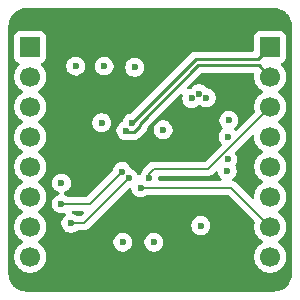
<source format=gbr>
%TF.GenerationSoftware,KiCad,Pcbnew,9.0.5*%
%TF.CreationDate,2025-12-22T17:05:02-05:00*%
%TF.ProjectId,stm32f072cb_breakout,73746d33-3266-4303-9732-63625f627265,rev?*%
%TF.SameCoordinates,Original*%
%TF.FileFunction,Copper,L4,Bot*%
%TF.FilePolarity,Positive*%
%FSLAX46Y46*%
G04 Gerber Fmt 4.6, Leading zero omitted, Abs format (unit mm)*
G04 Created by KiCad (PCBNEW 9.0.5) date 2025-12-22 17:05:02*
%MOMM*%
%LPD*%
G01*
G04 APERTURE LIST*
%TA.AperFunction,ComponentPad*%
%ADD10R,1.700000X1.700000*%
%TD*%
%TA.AperFunction,ComponentPad*%
%ADD11C,1.700000*%
%TD*%
%TA.AperFunction,ViaPad*%
%ADD12C,0.600000*%
%TD*%
%TA.AperFunction,Conductor*%
%ADD13C,0.284000*%
%TD*%
%TA.AperFunction,Conductor*%
%ADD14C,0.200000*%
%TD*%
G04 APERTURE END LIST*
D10*
%TO.P,J2,1,Pin_1*%
%TO.N,USB_D-*%
X160670000Y-71170000D03*
D11*
%TO.P,J2,2,Pin_2*%
%TO.N,USB_D+*%
X160670000Y-73710000D03*
%TO.P,J2,3,Pin_3*%
%TO.N,PA4*%
X160670000Y-76250000D03*
%TO.P,J2,4,Pin_4*%
%TO.N,PA3*%
X160670000Y-78790000D03*
%TO.P,J2,5,Pin_5*%
%TO.N,PA1*%
X160670000Y-81330000D03*
%TO.P,J2,6,Pin_6*%
%TO.N,PA2*%
X160670000Y-83870000D03*
%TO.P,J2,7,Pin_7*%
%TO.N,NRST*%
X160670000Y-86410000D03*
%TO.P,J2,8,Pin_8*%
%TO.N,GND*%
X160670000Y-88950000D03*
%TD*%
D10*
%TO.P,J1,1,Pin_1*%
%TO.N,3v3*%
X140350000Y-71170000D03*
D11*
%TO.P,J1,2,Pin_2*%
%TO.N,!CS*%
X140350000Y-73710000D03*
%TO.P,J1,3,Pin_3*%
%TO.N,BOOT0*%
X140350000Y-76250000D03*
%TO.P,J1,4,Pin_4*%
%TO.N,can_rx*%
X140350000Y-78790000D03*
%TO.P,J1,5,Pin_5*%
%TO.N,can_tx*%
X140350000Y-81330000D03*
%TO.P,J1,6,Pin_6*%
%TO.N,MOSI*%
X140350000Y-83870000D03*
%TO.P,J1,7,Pin_7*%
%TO.N,MISO*%
X140350000Y-86410000D03*
%TO.P,J1,8,Pin_8*%
%TO.N,SCLK*%
X140350000Y-88950000D03*
%TD*%
D12*
%TO.N,3v3*%
X150825200Y-87706200D03*
%TO.N,GND*%
X157175200Y-77393800D03*
X157099000Y-78790800D03*
X157060465Y-80708065D03*
X157025190Y-81663390D03*
%TO.N,3v3*%
X155270200Y-75488800D03*
X154635200Y-75133200D03*
X154025600Y-75539600D03*
X146608800Y-72796400D03*
%TO.N,GND*%
X151600000Y-78200000D03*
X143000000Y-82700000D03*
X146400000Y-77600000D03*
X144200000Y-72800000D03*
X154800000Y-86300000D03*
X149200000Y-72900000D03*
X148200000Y-87700000D03*
%TO.N,USB_D+*%
X148456137Y-78257179D03*
%TO.N,PA4*%
X150400000Y-82300000D03*
%TO.N,SCLK*%
X148696702Y-82296702D03*
X143800000Y-86100000D03*
%TO.N,MISO*%
X148131015Y-81731015D03*
X143000000Y-84470000D03*
%TO.N,NRST*%
X149700000Y-83100000D03*
%TO.N,USB_D-*%
X149000521Y-77599479D03*
%TD*%
D13*
%TO.N,USB_D+*%
X149658221Y-77871908D02*
X149120329Y-78409800D01*
X149658221Y-77669251D02*
X149658221Y-77871908D01*
X154598073Y-72729399D02*
X149658221Y-77669251D01*
X149120329Y-78409800D02*
X148608758Y-78409800D01*
X159689399Y-72729399D02*
X154598073Y-72729399D01*
X148608758Y-78409800D02*
X148456137Y-78257179D01*
X160670000Y-73710000D02*
X159689399Y-72729399D01*
%TO.N,USB_D-*%
X154385001Y-72214999D02*
X149000521Y-77599479D01*
X159625001Y-72214999D02*
X154385001Y-72214999D01*
X160670000Y-71170000D02*
X159625001Y-72214999D01*
D14*
%TO.N,PA4*%
X150400000Y-82300000D02*
X150400000Y-81900000D01*
X150400000Y-81900000D02*
X150800000Y-81500000D01*
X155420000Y-81500000D02*
X160670000Y-76250000D01*
X150800000Y-81500000D02*
X155420000Y-81500000D01*
%TO.N,SCLK*%
X143800000Y-86100000D02*
X144893404Y-86100000D01*
X144893404Y-86100000D02*
X148696702Y-82296702D01*
%TO.N,MISO*%
X145392030Y-84470000D02*
X148131015Y-81731015D01*
X143000000Y-84470000D02*
X145392030Y-84470000D01*
%TO.N,NRST*%
X157360000Y-83100000D02*
X160670000Y-86410000D01*
X149700000Y-83100000D02*
X157360000Y-83100000D01*
%TD*%
%TA.AperFunction,NonConductor*%
G36*
X161004418Y-67900816D02*
G01*
X161204561Y-67915130D01*
X161222063Y-67917647D01*
X161413797Y-67959355D01*
X161430755Y-67964334D01*
X161614609Y-68032909D01*
X161630701Y-68040259D01*
X161802904Y-68134288D01*
X161817784Y-68143849D01*
X161974867Y-68261441D01*
X161988237Y-68273027D01*
X162126972Y-68411762D01*
X162138558Y-68425132D01*
X162256146Y-68582210D01*
X162265711Y-68597095D01*
X162359740Y-68769298D01*
X162367090Y-68785390D01*
X162435662Y-68969236D01*
X162440646Y-68986212D01*
X162482351Y-69177931D01*
X162484869Y-69195442D01*
X162499184Y-69395580D01*
X162499500Y-69404427D01*
X162499500Y-90395572D01*
X162499184Y-90404418D01*
X162499184Y-90404419D01*
X162484869Y-90604557D01*
X162482351Y-90622068D01*
X162440646Y-90813787D01*
X162435662Y-90830763D01*
X162367090Y-91014609D01*
X162359740Y-91030701D01*
X162265711Y-91202904D01*
X162256146Y-91217789D01*
X162138558Y-91374867D01*
X162126972Y-91388237D01*
X161988237Y-91526972D01*
X161974867Y-91538558D01*
X161817789Y-91656146D01*
X161802904Y-91665711D01*
X161630701Y-91759740D01*
X161614609Y-91767090D01*
X161430763Y-91835662D01*
X161413787Y-91840646D01*
X161222068Y-91882351D01*
X161204557Y-91884869D01*
X161023779Y-91897799D01*
X161004417Y-91899184D01*
X160995572Y-91899500D01*
X140004428Y-91899500D01*
X139995582Y-91899184D01*
X139973622Y-91897613D01*
X139795442Y-91884869D01*
X139777931Y-91882351D01*
X139586212Y-91840646D01*
X139569236Y-91835662D01*
X139385390Y-91767090D01*
X139369298Y-91759740D01*
X139197095Y-91665711D01*
X139182210Y-91656146D01*
X139025132Y-91538558D01*
X139011762Y-91526972D01*
X138873027Y-91388237D01*
X138861441Y-91374867D01*
X138743849Y-91217784D01*
X138734288Y-91202904D01*
X138640259Y-91030701D01*
X138632909Y-91014609D01*
X138572091Y-90851551D01*
X138564334Y-90830755D01*
X138559355Y-90813797D01*
X138517647Y-90622063D01*
X138515130Y-90604556D01*
X138500816Y-90404418D01*
X138500500Y-90395572D01*
X138500500Y-70272135D01*
X138999500Y-70272135D01*
X138999500Y-72067870D01*
X138999501Y-72067876D01*
X139005908Y-72127483D01*
X139056202Y-72262328D01*
X139056206Y-72262335D01*
X139142452Y-72377544D01*
X139142455Y-72377547D01*
X139257664Y-72463793D01*
X139257671Y-72463797D01*
X139389082Y-72512810D01*
X139445016Y-72554681D01*
X139469433Y-72620145D01*
X139454582Y-72688418D01*
X139433431Y-72716673D01*
X139319889Y-72830215D01*
X139194951Y-73002179D01*
X139098444Y-73191585D01*
X139032753Y-73393760D01*
X138999500Y-73603713D01*
X138999500Y-73816286D01*
X139032753Y-74026239D01*
X139098444Y-74228414D01*
X139194951Y-74417820D01*
X139319890Y-74589786D01*
X139470213Y-74740109D01*
X139642182Y-74865050D01*
X139650946Y-74869516D01*
X139701742Y-74917491D01*
X139718536Y-74985312D01*
X139695998Y-75051447D01*
X139650946Y-75090484D01*
X139642182Y-75094949D01*
X139470213Y-75219890D01*
X139319890Y-75370213D01*
X139194951Y-75542179D01*
X139098444Y-75731585D01*
X139032753Y-75933760D01*
X139005232Y-76107525D01*
X138999500Y-76143713D01*
X138999500Y-76356287D01*
X139032754Y-76566243D01*
X139087431Y-76734522D01*
X139098444Y-76768414D01*
X139194951Y-76957820D01*
X139319890Y-77129786D01*
X139470213Y-77280109D01*
X139642182Y-77405050D01*
X139650946Y-77409516D01*
X139701742Y-77457491D01*
X139718536Y-77525312D01*
X139695998Y-77591447D01*
X139650946Y-77630484D01*
X139642182Y-77634949D01*
X139470213Y-77759890D01*
X139319890Y-77910213D01*
X139194951Y-78082179D01*
X139098444Y-78271585D01*
X139032753Y-78473760D01*
X139008584Y-78626358D01*
X138999500Y-78683713D01*
X138999500Y-78896287D01*
X139009534Y-78959644D01*
X139020299Y-79027610D01*
X139032754Y-79106243D01*
X139096063Y-79301088D01*
X139098444Y-79308414D01*
X139194951Y-79497820D01*
X139319890Y-79669786D01*
X139470213Y-79820109D01*
X139642182Y-79945050D01*
X139650946Y-79949516D01*
X139701742Y-79997491D01*
X139718536Y-80065312D01*
X139695998Y-80131447D01*
X139650946Y-80170484D01*
X139642182Y-80174949D01*
X139470213Y-80299890D01*
X139319890Y-80450213D01*
X139194951Y-80622179D01*
X139098444Y-80811585D01*
X139032753Y-81013760D01*
X138999500Y-81223713D01*
X138999500Y-81436286D01*
X139023419Y-81587309D01*
X139032754Y-81646243D01*
X139078298Y-81786413D01*
X139098444Y-81848414D01*
X139194951Y-82037820D01*
X139319890Y-82209786D01*
X139470213Y-82360109D01*
X139642182Y-82485050D01*
X139650946Y-82489516D01*
X139701742Y-82537491D01*
X139718536Y-82605312D01*
X139695998Y-82671447D01*
X139650946Y-82710484D01*
X139642182Y-82714949D01*
X139470213Y-82839890D01*
X139319890Y-82990213D01*
X139194951Y-83162179D01*
X139098444Y-83351585D01*
X139032753Y-83553760D01*
X138999500Y-83763713D01*
X138999500Y-83976286D01*
X139017640Y-84090821D01*
X139032754Y-84186243D01*
X139060321Y-84271086D01*
X139098444Y-84388414D01*
X139194951Y-84577820D01*
X139319890Y-84749786D01*
X139470213Y-84900109D01*
X139642182Y-85025050D01*
X139650946Y-85029516D01*
X139701742Y-85077491D01*
X139718536Y-85145312D01*
X139695998Y-85211447D01*
X139650946Y-85250484D01*
X139642182Y-85254949D01*
X139470213Y-85379890D01*
X139319890Y-85530213D01*
X139194951Y-85702179D01*
X139098444Y-85891585D01*
X139032753Y-86093760D01*
X138999500Y-86303713D01*
X138999500Y-86516287D01*
X139009534Y-86579644D01*
X139032048Y-86721789D01*
X139032754Y-86726243D01*
X139091063Y-86905700D01*
X139098444Y-86928414D01*
X139194951Y-87117820D01*
X139319890Y-87289786D01*
X139470213Y-87440109D01*
X139642182Y-87565050D01*
X139650946Y-87569516D01*
X139701742Y-87617491D01*
X139718536Y-87685312D01*
X139695998Y-87751447D01*
X139650946Y-87790484D01*
X139642182Y-87794949D01*
X139470213Y-87919890D01*
X139319890Y-88070213D01*
X139194951Y-88242179D01*
X139098444Y-88431585D01*
X139032753Y-88633760D01*
X138999500Y-88843713D01*
X138999500Y-89056286D01*
X139032753Y-89266239D01*
X139098444Y-89468414D01*
X139194951Y-89657820D01*
X139319890Y-89829786D01*
X139470213Y-89980109D01*
X139642179Y-90105048D01*
X139642181Y-90105049D01*
X139642184Y-90105051D01*
X139831588Y-90201557D01*
X140033757Y-90267246D01*
X140243713Y-90300500D01*
X140243714Y-90300500D01*
X140456286Y-90300500D01*
X140456287Y-90300500D01*
X140666243Y-90267246D01*
X140868412Y-90201557D01*
X141057816Y-90105051D01*
X141079789Y-90089086D01*
X141229786Y-89980109D01*
X141229788Y-89980106D01*
X141229792Y-89980104D01*
X141380104Y-89829792D01*
X141380106Y-89829788D01*
X141380109Y-89829786D01*
X141505048Y-89657820D01*
X141505047Y-89657820D01*
X141505051Y-89657816D01*
X141601557Y-89468412D01*
X141667246Y-89266243D01*
X141700500Y-89056287D01*
X141700500Y-88843713D01*
X141667246Y-88633757D01*
X141601557Y-88431588D01*
X141505051Y-88242184D01*
X141505049Y-88242181D01*
X141505048Y-88242179D01*
X141380109Y-88070213D01*
X141229786Y-87919890D01*
X141057820Y-87794951D01*
X141057115Y-87794591D01*
X141049054Y-87790485D01*
X141045819Y-87787428D01*
X141041511Y-87786305D01*
X141020648Y-87763657D01*
X140998259Y-87742512D01*
X140997188Y-87738189D01*
X140994172Y-87734915D01*
X140988865Y-87704584D01*
X140981463Y-87674692D01*
X140982899Y-87670476D01*
X140982132Y-87666091D01*
X140994064Y-87637709D01*
X140999706Y-87621153D01*
X147399500Y-87621153D01*
X147399500Y-87778846D01*
X147430261Y-87933489D01*
X147430264Y-87933501D01*
X147490602Y-88079172D01*
X147490609Y-88079185D01*
X147578210Y-88210288D01*
X147578213Y-88210292D01*
X147689707Y-88321786D01*
X147689711Y-88321789D01*
X147820814Y-88409390D01*
X147820827Y-88409397D01*
X147874402Y-88431588D01*
X147966503Y-88469737D01*
X148121153Y-88500499D01*
X148121156Y-88500500D01*
X148121158Y-88500500D01*
X148278844Y-88500500D01*
X148278845Y-88500499D01*
X148433497Y-88469737D01*
X148564211Y-88415594D01*
X148579172Y-88409397D01*
X148579172Y-88409396D01*
X148579179Y-88409394D01*
X148710289Y-88321789D01*
X148821789Y-88210289D01*
X148909394Y-88079179D01*
X148969737Y-87933497D01*
X149000500Y-87778842D01*
X149000500Y-87627353D01*
X150024700Y-87627353D01*
X150024700Y-87785046D01*
X150055461Y-87939689D01*
X150055464Y-87939701D01*
X150115802Y-88085372D01*
X150115809Y-88085385D01*
X150203410Y-88216488D01*
X150203413Y-88216492D01*
X150314907Y-88327986D01*
X150314911Y-88327989D01*
X150446014Y-88415590D01*
X150446027Y-88415597D01*
X150576737Y-88469738D01*
X150591703Y-88475937D01*
X150715184Y-88500499D01*
X150746353Y-88506699D01*
X150746356Y-88506700D01*
X150746358Y-88506700D01*
X150904044Y-88506700D01*
X150904045Y-88506699D01*
X151058697Y-88475937D01*
X151204379Y-88415594D01*
X151335489Y-88327989D01*
X151446989Y-88216489D01*
X151534594Y-88085379D01*
X151594937Y-87939697D01*
X151625700Y-87785042D01*
X151625700Y-87627358D01*
X151625700Y-87627355D01*
X151625699Y-87627353D01*
X151594938Y-87472710D01*
X151594937Y-87472703D01*
X151581434Y-87440104D01*
X151534597Y-87327027D01*
X151534590Y-87327014D01*
X151446989Y-87195911D01*
X151446986Y-87195907D01*
X151335492Y-87084413D01*
X151335488Y-87084410D01*
X151204385Y-86996809D01*
X151204372Y-86996802D01*
X151058701Y-86936464D01*
X151058689Y-86936461D01*
X150904045Y-86905700D01*
X150904042Y-86905700D01*
X150746358Y-86905700D01*
X150746355Y-86905700D01*
X150591710Y-86936461D01*
X150591698Y-86936464D01*
X150446027Y-86996802D01*
X150446014Y-86996809D01*
X150314911Y-87084410D01*
X150314907Y-87084413D01*
X150203413Y-87195907D01*
X150203410Y-87195911D01*
X150115809Y-87327014D01*
X150115802Y-87327027D01*
X150055464Y-87472698D01*
X150055461Y-87472710D01*
X150024700Y-87627353D01*
X149000500Y-87627353D01*
X149000500Y-87621158D01*
X149000500Y-87621155D01*
X149000499Y-87621153D01*
X148995090Y-87593960D01*
X148969737Y-87466503D01*
X148911965Y-87327027D01*
X148909397Y-87320827D01*
X148909390Y-87320814D01*
X148821789Y-87189711D01*
X148821786Y-87189707D01*
X148710292Y-87078213D01*
X148710288Y-87078210D01*
X148579185Y-86990609D01*
X148579172Y-86990602D01*
X148433501Y-86930264D01*
X148433489Y-86930261D01*
X148278845Y-86899500D01*
X148278842Y-86899500D01*
X148121158Y-86899500D01*
X148121155Y-86899500D01*
X147966510Y-86930261D01*
X147966498Y-86930264D01*
X147820827Y-86990602D01*
X147820814Y-86990609D01*
X147689711Y-87078210D01*
X147689707Y-87078213D01*
X147578213Y-87189707D01*
X147578210Y-87189711D01*
X147490609Y-87320814D01*
X147490602Y-87320827D01*
X147430264Y-87466498D01*
X147430261Y-87466510D01*
X147399500Y-87621153D01*
X140999706Y-87621153D01*
X141003999Y-87608556D01*
X141007972Y-87604631D01*
X141009212Y-87601683D01*
X141018777Y-87593960D01*
X141035170Y-87577770D01*
X141041839Y-87573191D01*
X141057816Y-87565051D01*
X141229792Y-87440104D01*
X141380104Y-87289792D01*
X141380106Y-87289788D01*
X141380109Y-87289786D01*
X141505048Y-87117820D01*
X141505047Y-87117820D01*
X141505051Y-87117816D01*
X141601557Y-86928412D01*
X141667246Y-86726243D01*
X141700500Y-86516287D01*
X141700500Y-86303713D01*
X141667246Y-86093757D01*
X141601557Y-85891588D01*
X141505051Y-85702184D01*
X141505049Y-85702181D01*
X141505048Y-85702179D01*
X141380109Y-85530213D01*
X141229786Y-85379890D01*
X141057820Y-85254951D01*
X141049233Y-85250576D01*
X141049054Y-85250485D01*
X140998259Y-85202512D01*
X140981463Y-85134692D01*
X141003999Y-85068556D01*
X141049054Y-85029515D01*
X141057816Y-85025051D01*
X141119426Y-84980289D01*
X141229786Y-84900109D01*
X141229788Y-84900106D01*
X141229792Y-84900104D01*
X141380104Y-84749792D01*
X141380106Y-84749788D01*
X141380109Y-84749786D01*
X141505048Y-84577820D01*
X141505047Y-84577820D01*
X141505051Y-84577816D01*
X141601557Y-84388412D01*
X141667246Y-84186243D01*
X141700500Y-83976287D01*
X141700500Y-83763713D01*
X141667246Y-83553757D01*
X141601557Y-83351588D01*
X141505051Y-83162184D01*
X141505049Y-83162181D01*
X141505048Y-83162179D01*
X141380109Y-82990213D01*
X141229790Y-82839894D01*
X141229785Y-82839890D01*
X141063556Y-82719118D01*
X141063546Y-82719112D01*
X141057816Y-82714949D01*
X141046026Y-82708942D01*
X141043093Y-82707239D01*
X141021288Y-82684261D01*
X140998259Y-82662512D01*
X140997414Y-82659103D01*
X140994998Y-82656557D01*
X140989077Y-82625436D01*
X140988016Y-82621153D01*
X142199500Y-82621153D01*
X142199500Y-82778846D01*
X142230261Y-82933489D01*
X142230264Y-82933501D01*
X142290602Y-83079172D01*
X142290609Y-83079185D01*
X142378210Y-83210288D01*
X142378213Y-83210292D01*
X142489707Y-83321786D01*
X142489711Y-83321789D01*
X142620814Y-83409390D01*
X142620827Y-83409397D01*
X142768197Y-83470439D01*
X142822601Y-83514280D01*
X142844666Y-83580574D01*
X142827387Y-83648273D01*
X142776250Y-83695884D01*
X142768197Y-83699561D01*
X142620827Y-83760602D01*
X142620814Y-83760609D01*
X142489711Y-83848210D01*
X142489707Y-83848213D01*
X142378213Y-83959707D01*
X142378210Y-83959711D01*
X142290609Y-84090814D01*
X142290602Y-84090827D01*
X142230264Y-84236498D01*
X142230261Y-84236510D01*
X142199500Y-84391153D01*
X142199500Y-84548846D01*
X142230261Y-84703489D01*
X142230264Y-84703501D01*
X142290602Y-84849172D01*
X142290609Y-84849185D01*
X142378210Y-84980288D01*
X142378213Y-84980292D01*
X142489707Y-85091786D01*
X142489711Y-85091789D01*
X142620814Y-85179390D01*
X142620827Y-85179397D01*
X142766498Y-85239735D01*
X142766503Y-85239737D01*
X142921153Y-85270499D01*
X142921156Y-85270500D01*
X142921158Y-85270500D01*
X143078844Y-85270500D01*
X143179458Y-85250486D01*
X143210310Y-85244349D01*
X143279902Y-85250576D01*
X143335079Y-85293439D01*
X143358324Y-85359328D01*
X143342257Y-85427325D01*
X143303395Y-85469067D01*
X143289709Y-85478211D01*
X143178213Y-85589707D01*
X143178210Y-85589711D01*
X143090609Y-85720814D01*
X143090602Y-85720827D01*
X143030264Y-85866498D01*
X143030261Y-85866510D01*
X142999500Y-86021153D01*
X142999500Y-86178846D01*
X143030261Y-86333489D01*
X143030264Y-86333501D01*
X143090602Y-86479172D01*
X143090609Y-86479185D01*
X143178210Y-86610288D01*
X143178213Y-86610292D01*
X143289707Y-86721786D01*
X143289711Y-86721789D01*
X143420814Y-86809390D01*
X143420827Y-86809397D01*
X143566498Y-86869735D01*
X143566503Y-86869737D01*
X143716131Y-86899500D01*
X143721153Y-86900499D01*
X143721156Y-86900500D01*
X143721158Y-86900500D01*
X143878844Y-86900500D01*
X143878845Y-86900499D01*
X144033497Y-86869737D01*
X144179179Y-86809394D01*
X144179185Y-86809390D01*
X144310875Y-86721398D01*
X144377553Y-86700520D01*
X144379766Y-86700500D01*
X144806735Y-86700500D01*
X144806751Y-86700501D01*
X144814347Y-86700501D01*
X144972458Y-86700501D01*
X144972461Y-86700501D01*
X145125189Y-86659577D01*
X145175308Y-86630639D01*
X145262120Y-86580520D01*
X145373924Y-86468716D01*
X145373924Y-86468714D01*
X145384132Y-86458507D01*
X145384133Y-86458504D01*
X145621484Y-86221153D01*
X153999500Y-86221153D01*
X153999500Y-86378846D01*
X154030261Y-86533489D01*
X154030264Y-86533501D01*
X154090602Y-86679172D01*
X154090609Y-86679185D01*
X154178210Y-86810288D01*
X154178213Y-86810292D01*
X154289707Y-86921786D01*
X154289711Y-86921789D01*
X154420814Y-87009390D01*
X154420827Y-87009397D01*
X154566498Y-87069735D01*
X154566503Y-87069737D01*
X154721153Y-87100499D01*
X154721156Y-87100500D01*
X154721158Y-87100500D01*
X154878844Y-87100500D01*
X154878845Y-87100499D01*
X155033497Y-87069737D01*
X155179179Y-87009394D01*
X155310289Y-86921789D01*
X155421789Y-86810289D01*
X155509394Y-86679179D01*
X155569737Y-86533497D01*
X155600500Y-86378842D01*
X155600500Y-86221158D01*
X155600500Y-86221155D01*
X155600499Y-86221153D01*
X155569737Y-86066503D01*
X155569735Y-86066498D01*
X155509397Y-85920827D01*
X155509390Y-85920814D01*
X155421789Y-85789711D01*
X155421786Y-85789707D01*
X155310292Y-85678213D01*
X155310288Y-85678210D01*
X155179185Y-85590609D01*
X155179172Y-85590602D01*
X155033501Y-85530264D01*
X155033489Y-85530261D01*
X154878845Y-85499500D01*
X154878842Y-85499500D01*
X154721158Y-85499500D01*
X154721155Y-85499500D01*
X154566510Y-85530261D01*
X154566498Y-85530264D01*
X154420827Y-85590602D01*
X154420814Y-85590609D01*
X154289711Y-85678210D01*
X154289707Y-85678213D01*
X154178213Y-85789707D01*
X154178210Y-85789711D01*
X154090609Y-85920814D01*
X154090602Y-85920827D01*
X154030264Y-86066498D01*
X154030261Y-86066510D01*
X153999500Y-86221153D01*
X145621484Y-86221153D01*
X148696356Y-83146283D01*
X148757677Y-83112800D01*
X148827369Y-83117784D01*
X148883302Y-83159656D01*
X148905652Y-83209774D01*
X148930261Y-83333491D01*
X148930264Y-83333501D01*
X148990602Y-83479172D01*
X148990609Y-83479185D01*
X149078210Y-83610288D01*
X149078213Y-83610292D01*
X149189707Y-83721786D01*
X149189711Y-83721789D01*
X149320814Y-83809390D01*
X149320827Y-83809397D01*
X149459089Y-83866666D01*
X149466503Y-83869737D01*
X149621153Y-83900499D01*
X149621156Y-83900500D01*
X149621158Y-83900500D01*
X149778844Y-83900500D01*
X149778845Y-83900499D01*
X149933497Y-83869737D01*
X150079179Y-83809394D01*
X150079185Y-83809390D01*
X150210875Y-83721398D01*
X150277553Y-83700520D01*
X150279766Y-83700500D01*
X157059903Y-83700500D01*
X157126942Y-83720185D01*
X157147584Y-83736819D01*
X159336241Y-85925476D01*
X159369726Y-85986799D01*
X159366492Y-86051473D01*
X159352753Y-86093757D01*
X159319500Y-86303713D01*
X159319500Y-86516287D01*
X159329534Y-86579644D01*
X159352048Y-86721789D01*
X159352754Y-86726243D01*
X159411063Y-86905700D01*
X159418444Y-86928414D01*
X159514951Y-87117820D01*
X159639890Y-87289786D01*
X159790213Y-87440109D01*
X159962182Y-87565050D01*
X159970946Y-87569516D01*
X160021742Y-87617491D01*
X160038536Y-87685312D01*
X160015998Y-87751447D01*
X159970946Y-87790484D01*
X159962182Y-87794949D01*
X159790213Y-87919890D01*
X159639890Y-88070213D01*
X159514951Y-88242179D01*
X159418444Y-88431585D01*
X159352753Y-88633760D01*
X159319500Y-88843713D01*
X159319500Y-89056286D01*
X159352753Y-89266239D01*
X159418444Y-89468414D01*
X159514951Y-89657820D01*
X159639890Y-89829786D01*
X159790213Y-89980109D01*
X159962179Y-90105048D01*
X159962181Y-90105049D01*
X159962184Y-90105051D01*
X160151588Y-90201557D01*
X160353757Y-90267246D01*
X160563713Y-90300500D01*
X160563714Y-90300500D01*
X160776286Y-90300500D01*
X160776287Y-90300500D01*
X160986243Y-90267246D01*
X161188412Y-90201557D01*
X161377816Y-90105051D01*
X161399789Y-90089086D01*
X161549786Y-89980109D01*
X161549788Y-89980106D01*
X161549792Y-89980104D01*
X161700104Y-89829792D01*
X161700106Y-89829788D01*
X161700109Y-89829786D01*
X161825048Y-89657820D01*
X161825047Y-89657820D01*
X161825051Y-89657816D01*
X161921557Y-89468412D01*
X161987246Y-89266243D01*
X162020500Y-89056287D01*
X162020500Y-88843713D01*
X161987246Y-88633757D01*
X161921557Y-88431588D01*
X161825051Y-88242184D01*
X161825049Y-88242181D01*
X161825048Y-88242179D01*
X161700109Y-88070213D01*
X161549786Y-87919890D01*
X161377820Y-87794951D01*
X161377115Y-87794591D01*
X161369054Y-87790485D01*
X161318259Y-87742512D01*
X161301463Y-87674692D01*
X161323999Y-87608556D01*
X161369054Y-87569515D01*
X161377816Y-87565051D01*
X161448411Y-87513761D01*
X161549786Y-87440109D01*
X161549788Y-87440106D01*
X161549792Y-87440104D01*
X161700104Y-87289792D01*
X161700106Y-87289788D01*
X161700109Y-87289786D01*
X161825048Y-87117820D01*
X161825047Y-87117820D01*
X161825051Y-87117816D01*
X161921557Y-86928412D01*
X161987246Y-86726243D01*
X162020500Y-86516287D01*
X162020500Y-86303713D01*
X161987246Y-86093757D01*
X161921557Y-85891588D01*
X161825051Y-85702184D01*
X161825049Y-85702181D01*
X161825048Y-85702179D01*
X161700109Y-85530213D01*
X161549786Y-85379890D01*
X161377820Y-85254951D01*
X161369233Y-85250576D01*
X161369054Y-85250485D01*
X161318259Y-85202512D01*
X161301463Y-85134692D01*
X161323999Y-85068556D01*
X161369054Y-85029515D01*
X161377816Y-85025051D01*
X161439426Y-84980289D01*
X161549786Y-84900109D01*
X161549788Y-84900106D01*
X161549792Y-84900104D01*
X161700104Y-84749792D01*
X161700106Y-84749788D01*
X161700109Y-84749786D01*
X161825048Y-84577820D01*
X161825047Y-84577820D01*
X161825051Y-84577816D01*
X161921557Y-84388412D01*
X161987246Y-84186243D01*
X162020500Y-83976287D01*
X162020500Y-83763713D01*
X161987246Y-83553757D01*
X161921557Y-83351588D01*
X161825051Y-83162184D01*
X161825049Y-83162181D01*
X161825048Y-83162179D01*
X161700109Y-82990213D01*
X161549786Y-82839890D01*
X161377820Y-82714951D01*
X161377115Y-82714591D01*
X161369054Y-82710485D01*
X161318259Y-82662512D01*
X161301463Y-82594692D01*
X161323999Y-82528556D01*
X161369054Y-82489515D01*
X161377816Y-82485051D01*
X161422982Y-82452236D01*
X161549786Y-82360109D01*
X161549788Y-82360106D01*
X161549792Y-82360104D01*
X161700104Y-82209792D01*
X161700106Y-82209788D01*
X161700109Y-82209786D01*
X161825048Y-82037820D01*
X161825047Y-82037820D01*
X161825051Y-82037816D01*
X161921557Y-81848412D01*
X161987246Y-81646243D01*
X162020500Y-81436287D01*
X162020500Y-81223713D01*
X161987246Y-81013757D01*
X161921557Y-80811588D01*
X161825051Y-80622184D01*
X161825049Y-80622181D01*
X161825048Y-80622179D01*
X161700109Y-80450213D01*
X161549786Y-80299890D01*
X161377820Y-80174951D01*
X161377115Y-80174591D01*
X161369054Y-80170485D01*
X161318259Y-80122512D01*
X161301463Y-80054692D01*
X161323999Y-79988556D01*
X161369054Y-79949515D01*
X161377816Y-79945051D01*
X161399789Y-79929086D01*
X161549786Y-79820109D01*
X161549788Y-79820106D01*
X161549792Y-79820104D01*
X161700104Y-79669792D01*
X161700106Y-79669788D01*
X161700109Y-79669786D01*
X161825048Y-79497820D01*
X161825047Y-79497820D01*
X161825051Y-79497816D01*
X161921557Y-79308412D01*
X161987246Y-79106243D01*
X162020500Y-78896287D01*
X162020500Y-78683713D01*
X161987246Y-78473757D01*
X161921557Y-78271588D01*
X161825051Y-78082184D01*
X161825049Y-78082181D01*
X161825048Y-78082179D01*
X161700109Y-77910213D01*
X161549786Y-77759890D01*
X161377820Y-77634951D01*
X161377115Y-77634591D01*
X161369054Y-77630485D01*
X161318259Y-77582512D01*
X161301463Y-77514692D01*
X161323999Y-77448556D01*
X161369054Y-77409515D01*
X161377816Y-77405051D01*
X161431590Y-77365982D01*
X161549786Y-77280109D01*
X161549788Y-77280106D01*
X161549792Y-77280104D01*
X161700104Y-77129792D01*
X161700106Y-77129788D01*
X161700109Y-77129786D01*
X161825048Y-76957820D01*
X161825047Y-76957820D01*
X161825051Y-76957816D01*
X161921557Y-76768412D01*
X161987246Y-76566243D01*
X162020500Y-76356287D01*
X162020500Y-76143713D01*
X161987246Y-75933757D01*
X161921557Y-75731588D01*
X161825051Y-75542184D01*
X161825049Y-75542181D01*
X161825048Y-75542179D01*
X161700109Y-75370213D01*
X161549786Y-75219890D01*
X161377820Y-75094951D01*
X161377115Y-75094591D01*
X161369054Y-75090485D01*
X161318259Y-75042512D01*
X161301463Y-74974692D01*
X161323999Y-74908556D01*
X161369054Y-74869515D01*
X161377816Y-74865051D01*
X161399789Y-74849086D01*
X161549786Y-74740109D01*
X161549788Y-74740106D01*
X161549792Y-74740104D01*
X161700104Y-74589792D01*
X161700106Y-74589788D01*
X161700109Y-74589786D01*
X161825048Y-74417820D01*
X161825047Y-74417820D01*
X161825051Y-74417816D01*
X161921557Y-74228412D01*
X161987246Y-74026243D01*
X162020500Y-73816287D01*
X162020500Y-73603713D01*
X161987246Y-73393757D01*
X161921557Y-73191588D01*
X161825051Y-73002184D01*
X161825049Y-73002181D01*
X161825048Y-73002179D01*
X161700109Y-72830213D01*
X161586569Y-72716673D01*
X161553084Y-72655350D01*
X161558068Y-72585658D01*
X161599940Y-72529725D01*
X161630915Y-72512810D01*
X161762331Y-72463796D01*
X161877546Y-72377546D01*
X161963796Y-72262331D01*
X162014091Y-72127483D01*
X162020500Y-72067873D01*
X162020499Y-70272128D01*
X162014091Y-70212517D01*
X161963796Y-70077669D01*
X161963795Y-70077668D01*
X161963793Y-70077664D01*
X161877547Y-69962455D01*
X161877544Y-69962452D01*
X161762335Y-69876206D01*
X161762328Y-69876202D01*
X161627482Y-69825908D01*
X161627483Y-69825908D01*
X161567883Y-69819501D01*
X161567881Y-69819500D01*
X161567873Y-69819500D01*
X161567864Y-69819500D01*
X159772129Y-69819500D01*
X159772123Y-69819501D01*
X159712516Y-69825908D01*
X159577671Y-69876202D01*
X159577664Y-69876206D01*
X159462455Y-69962452D01*
X159462452Y-69962455D01*
X159376206Y-70077664D01*
X159376202Y-70077671D01*
X159325908Y-70212517D01*
X159319501Y-70272116D01*
X159319501Y-70272123D01*
X159319500Y-70272135D01*
X159319501Y-71448499D01*
X159299816Y-71515538D01*
X159247013Y-71561293D01*
X159195501Y-71572499D01*
X154454416Y-71572499D01*
X154454396Y-71572498D01*
X154448282Y-71572498D01*
X154321720Y-71572498D01*
X154321718Y-71572498D01*
X154197596Y-71597188D01*
X154197588Y-71597190D01*
X154080664Y-71645621D01*
X154080661Y-71645623D01*
X153975432Y-71715934D01*
X153975431Y-71715935D01*
X153930685Y-71760682D01*
X153885938Y-71805429D01*
X153885936Y-71805431D01*
X148911711Y-76779654D01*
X148850388Y-76813139D01*
X148848222Y-76813590D01*
X148767029Y-76829740D01*
X148767019Y-76829743D01*
X148621348Y-76890081D01*
X148621335Y-76890088D01*
X148490232Y-76977689D01*
X148490228Y-76977692D01*
X148378734Y-77089186D01*
X148378731Y-77089190D01*
X148291130Y-77220293D01*
X148291123Y-77220306D01*
X148230784Y-77365979D01*
X148230782Y-77365986D01*
X148218115Y-77429666D01*
X148185729Y-77491577D01*
X148143953Y-77520033D01*
X148076963Y-77547782D01*
X148076951Y-77547788D01*
X147945848Y-77635389D01*
X147945844Y-77635392D01*
X147834350Y-77746886D01*
X147834347Y-77746890D01*
X147746746Y-77877993D01*
X147746739Y-77878006D01*
X147686401Y-78023677D01*
X147686398Y-78023689D01*
X147655637Y-78178332D01*
X147655637Y-78336025D01*
X147686398Y-78490668D01*
X147686401Y-78490680D01*
X147746739Y-78636351D01*
X147746746Y-78636364D01*
X147834347Y-78767467D01*
X147834350Y-78767471D01*
X147945844Y-78878965D01*
X147945848Y-78878968D01*
X148076951Y-78966569D01*
X148076964Y-78966576D01*
X148216298Y-79024289D01*
X148222640Y-79026916D01*
X148362238Y-79054684D01*
X148377290Y-79057678D01*
X148377293Y-79057679D01*
X148377295Y-79057679D01*
X148534979Y-79057679D01*
X148550037Y-79054683D01*
X148574227Y-79052301D01*
X148672039Y-79052301D01*
X148672043Y-79052300D01*
X148678172Y-79052300D01*
X149050914Y-79052300D01*
X149050934Y-79052301D01*
X149057048Y-79052301D01*
X149183611Y-79052301D01*
X149246524Y-79039785D01*
X149307739Y-79027609D01*
X149424667Y-78979176D01*
X149529899Y-78908863D01*
X150067788Y-78370972D01*
X150067791Y-78370971D01*
X150157284Y-78281478D01*
X150227597Y-78176246D01*
X150250417Y-78121153D01*
X150799500Y-78121153D01*
X150799500Y-78278846D01*
X150830261Y-78433489D01*
X150830264Y-78433501D01*
X150890602Y-78579172D01*
X150890609Y-78579185D01*
X150978210Y-78710288D01*
X150978213Y-78710292D01*
X151089707Y-78821786D01*
X151089711Y-78821789D01*
X151220814Y-78909390D01*
X151220827Y-78909397D01*
X151366498Y-78969735D01*
X151366503Y-78969737D01*
X151521153Y-79000499D01*
X151521156Y-79000500D01*
X151521158Y-79000500D01*
X151678844Y-79000500D01*
X151678845Y-79000499D01*
X151833497Y-78969737D01*
X151979179Y-78909394D01*
X152110289Y-78821789D01*
X152221789Y-78710289D01*
X152309394Y-78579179D01*
X152369737Y-78433497D01*
X152400500Y-78278842D01*
X152400500Y-78121158D01*
X152400500Y-78121155D01*
X152400499Y-78121153D01*
X152392987Y-78083387D01*
X152369737Y-77966503D01*
X152356867Y-77935432D01*
X152309397Y-77820827D01*
X152309390Y-77820814D01*
X152221789Y-77689711D01*
X152221786Y-77689707D01*
X152110292Y-77578213D01*
X152110288Y-77578210D01*
X151979185Y-77490609D01*
X151979172Y-77490602D01*
X151833501Y-77430264D01*
X151833489Y-77430261D01*
X151678845Y-77399500D01*
X151678842Y-77399500D01*
X151521158Y-77399500D01*
X151521155Y-77399500D01*
X151366510Y-77430261D01*
X151366498Y-77430264D01*
X151220827Y-77490602D01*
X151220814Y-77490609D01*
X151089711Y-77578210D01*
X151089707Y-77578213D01*
X150978213Y-77689707D01*
X150978210Y-77689711D01*
X150890609Y-77820814D01*
X150890602Y-77820827D01*
X150830264Y-77966498D01*
X150830261Y-77966510D01*
X150799500Y-78121153D01*
X150250417Y-78121153D01*
X150276030Y-78059318D01*
X150293750Y-77970230D01*
X150294224Y-77968210D01*
X150310457Y-77939585D01*
X150325716Y-77910414D01*
X150327211Y-77908892D01*
X153047731Y-75188372D01*
X153109052Y-75154889D01*
X153178744Y-75159873D01*
X153234677Y-75201745D01*
X153259094Y-75267209D01*
X153257027Y-75300246D01*
X153225100Y-75460753D01*
X153225100Y-75618446D01*
X153255861Y-75773089D01*
X153255864Y-75773101D01*
X153316202Y-75918772D01*
X153316209Y-75918785D01*
X153403810Y-76049888D01*
X153403813Y-76049892D01*
X153515307Y-76161386D01*
X153515311Y-76161389D01*
X153646414Y-76248990D01*
X153646427Y-76248997D01*
X153743729Y-76289300D01*
X153792103Y-76309337D01*
X153946753Y-76340099D01*
X153946756Y-76340100D01*
X153946758Y-76340100D01*
X154104444Y-76340100D01*
X154104445Y-76340099D01*
X154259097Y-76309337D01*
X154404779Y-76248994D01*
X154535889Y-76161389D01*
X154585618Y-76111660D01*
X154646941Y-76078174D01*
X154716632Y-76083158D01*
X154754543Y-76107525D01*
X154755201Y-76106724D01*
X154759911Y-76110589D01*
X154891014Y-76198190D01*
X154891027Y-76198197D01*
X155013654Y-76248990D01*
X155036703Y-76258537D01*
X155191353Y-76289299D01*
X155191356Y-76289300D01*
X155191358Y-76289300D01*
X155349044Y-76289300D01*
X155349045Y-76289299D01*
X155503697Y-76258537D01*
X155649379Y-76198194D01*
X155780489Y-76110589D01*
X155891989Y-75999089D01*
X155979594Y-75867979D01*
X156039937Y-75722297D01*
X156070700Y-75567642D01*
X156070700Y-75409958D01*
X156070700Y-75409955D01*
X156070699Y-75409953D01*
X156050042Y-75306103D01*
X156039937Y-75255303D01*
X156017753Y-75201745D01*
X155979597Y-75109627D01*
X155979590Y-75109614D01*
X155891989Y-74978511D01*
X155891986Y-74978507D01*
X155780492Y-74867013D01*
X155780488Y-74867010D01*
X155649385Y-74779409D01*
X155649372Y-74779402D01*
X155503701Y-74719064D01*
X155503691Y-74719061D01*
X155343642Y-74687225D01*
X155281731Y-74654840D01*
X155264731Y-74634498D01*
X155256987Y-74622908D01*
X155145492Y-74511413D01*
X155145488Y-74511410D01*
X155014385Y-74423809D01*
X155014372Y-74423802D01*
X154868701Y-74363464D01*
X154868689Y-74363461D01*
X154714045Y-74332700D01*
X154714042Y-74332700D01*
X154556358Y-74332700D01*
X154556355Y-74332700D01*
X154401710Y-74363461D01*
X154401698Y-74363464D01*
X154256027Y-74423802D01*
X154256014Y-74423809D01*
X154124911Y-74511410D01*
X154124907Y-74511413D01*
X154013413Y-74622907D01*
X154013410Y-74622911D01*
X153962627Y-74698913D01*
X153909014Y-74743718D01*
X153883716Y-74751639D01*
X153786246Y-74771027D01*
X153716655Y-74764800D01*
X153661477Y-74721937D01*
X153638233Y-74656047D01*
X153654301Y-74588050D01*
X153674370Y-74561733D01*
X154827886Y-73408218D01*
X154889209Y-73374733D01*
X154915567Y-73371899D01*
X159211031Y-73371899D01*
X159278070Y-73391584D01*
X159323825Y-73444388D01*
X159333769Y-73513546D01*
X159333507Y-73515271D01*
X159325451Y-73566138D01*
X159319500Y-73603713D01*
X159319500Y-73816286D01*
X159352753Y-74026239D01*
X159418444Y-74228414D01*
X159514951Y-74417820D01*
X159639890Y-74589786D01*
X159790213Y-74740109D01*
X159962182Y-74865050D01*
X159970946Y-74869516D01*
X160021742Y-74917491D01*
X160038536Y-74985312D01*
X160015998Y-75051447D01*
X159970946Y-75090484D01*
X159962182Y-75094949D01*
X159790213Y-75219890D01*
X159639890Y-75370213D01*
X159514951Y-75542179D01*
X159418444Y-75731585D01*
X159352753Y-75933760D01*
X159319500Y-76143713D01*
X159319500Y-76356286D01*
X159352754Y-76566244D01*
X159352754Y-76566247D01*
X159366491Y-76608523D01*
X159368486Y-76678364D01*
X159336241Y-76734522D01*
X157843202Y-78227561D01*
X157781879Y-78261046D01*
X157712187Y-78256062D01*
X157667840Y-78227561D01*
X157654681Y-78214402D01*
X157621196Y-78153079D01*
X157626180Y-78083387D01*
X157668052Y-78027454D01*
X157673451Y-78023632D01*
X157685489Y-78015589D01*
X157796989Y-77904089D01*
X157884594Y-77772979D01*
X157944937Y-77627297D01*
X157975700Y-77472642D01*
X157975700Y-77314958D01*
X157975700Y-77314955D01*
X157975699Y-77314953D01*
X157944938Y-77160310D01*
X157944937Y-77160303D01*
X157915697Y-77089711D01*
X157884597Y-77014627D01*
X157884590Y-77014614D01*
X157796989Y-76883511D01*
X157796986Y-76883507D01*
X157685492Y-76772013D01*
X157685488Y-76772010D01*
X157554385Y-76684409D01*
X157554372Y-76684402D01*
X157408701Y-76624064D01*
X157408689Y-76624061D01*
X157254045Y-76593300D01*
X157254042Y-76593300D01*
X157096358Y-76593300D01*
X157096355Y-76593300D01*
X156941710Y-76624061D01*
X156941698Y-76624064D01*
X156796027Y-76684402D01*
X156796014Y-76684409D01*
X156664911Y-76772010D01*
X156664907Y-76772013D01*
X156553413Y-76883507D01*
X156553410Y-76883511D01*
X156465809Y-77014614D01*
X156465802Y-77014627D01*
X156405464Y-77160298D01*
X156405461Y-77160310D01*
X156374700Y-77314953D01*
X156374700Y-77472646D01*
X156405461Y-77627289D01*
X156405464Y-77627301D01*
X156465802Y-77772972D01*
X156465809Y-77772985D01*
X156553410Y-77904088D01*
X156553413Y-77904092D01*
X156619518Y-77970197D01*
X156653003Y-78031520D01*
X156648019Y-78101212D01*
X156606147Y-78157145D01*
X156600733Y-78160977D01*
X156588711Y-78169010D01*
X156588707Y-78169013D01*
X156477213Y-78280507D01*
X156477210Y-78280511D01*
X156389609Y-78411614D01*
X156389602Y-78411627D01*
X156329264Y-78557298D01*
X156329261Y-78557310D01*
X156298500Y-78711953D01*
X156298500Y-78869646D01*
X156329261Y-79024289D01*
X156329264Y-79024301D01*
X156389602Y-79169972D01*
X156389609Y-79169985D01*
X156477210Y-79301088D01*
X156477213Y-79301092D01*
X156535761Y-79359640D01*
X156569246Y-79420963D01*
X156564262Y-79490655D01*
X156535761Y-79535002D01*
X155207584Y-80863181D01*
X155146261Y-80896666D01*
X155119903Y-80899500D01*
X150720940Y-80899500D01*
X150680019Y-80910464D01*
X150680019Y-80910465D01*
X150642751Y-80920451D01*
X150568214Y-80940423D01*
X150568209Y-80940426D01*
X150431290Y-81019475D01*
X150431282Y-81019481D01*
X149919479Y-81531284D01*
X149915605Y-81537995D01*
X149887135Y-81587308D01*
X149840423Y-81668215D01*
X149824704Y-81726876D01*
X149820537Y-81736094D01*
X149807821Y-81750881D01*
X149795230Y-81772691D01*
X149778213Y-81789708D01*
X149778208Y-81789714D01*
X149690609Y-81920814D01*
X149690604Y-81920823D01*
X149663595Y-81986031D01*
X149619754Y-82040434D01*
X149553460Y-82062499D01*
X149485761Y-82045220D01*
X149438150Y-81994083D01*
X149434473Y-81986031D01*
X149406097Y-81917525D01*
X149406092Y-81917516D01*
X149318491Y-81786413D01*
X149318488Y-81786409D01*
X149206994Y-81674915D01*
X149206990Y-81674912D01*
X149075883Y-81587309D01*
X149075878Y-81587306D01*
X148956829Y-81537995D01*
X148902426Y-81494154D01*
X148889721Y-81470886D01*
X148840412Y-81351842D01*
X148840405Y-81351829D01*
X148752804Y-81220726D01*
X148752801Y-81220722D01*
X148641307Y-81109228D01*
X148641303Y-81109225D01*
X148510200Y-81021624D01*
X148510187Y-81021617D01*
X148364516Y-80961279D01*
X148364504Y-80961276D01*
X148209860Y-80930515D01*
X148209857Y-80930515D01*
X148052173Y-80930515D01*
X148052170Y-80930515D01*
X147897525Y-80961276D01*
X147897513Y-80961279D01*
X147751842Y-81021617D01*
X147751829Y-81021624D01*
X147620726Y-81109225D01*
X147620722Y-81109228D01*
X147509228Y-81220722D01*
X147509225Y-81220726D01*
X147421624Y-81351829D01*
X147421617Y-81351842D01*
X147361279Y-81497513D01*
X147361276Y-81497523D01*
X147330377Y-81652863D01*
X147297992Y-81714774D01*
X147296441Y-81716352D01*
X145179614Y-83833181D01*
X145118291Y-83866666D01*
X145091933Y-83869500D01*
X143579766Y-83869500D01*
X143512727Y-83849815D01*
X143510875Y-83848602D01*
X143379185Y-83760609D01*
X143379172Y-83760602D01*
X143231802Y-83699561D01*
X143177398Y-83655721D01*
X143155333Y-83589427D01*
X143172612Y-83521727D01*
X143223749Y-83474116D01*
X143231802Y-83470439D01*
X143379172Y-83409397D01*
X143379172Y-83409396D01*
X143379179Y-83409394D01*
X143510289Y-83321789D01*
X143621789Y-83210289D01*
X143709394Y-83079179D01*
X143769737Y-82933497D01*
X143800500Y-82778842D01*
X143800500Y-82621158D01*
X143800500Y-82621155D01*
X143800499Y-82621153D01*
X143796291Y-82600000D01*
X143769737Y-82466503D01*
X143768655Y-82463890D01*
X143709397Y-82320827D01*
X143709390Y-82320814D01*
X143621789Y-82189711D01*
X143621786Y-82189707D01*
X143510292Y-82078213D01*
X143510288Y-82078210D01*
X143379185Y-81990609D01*
X143379172Y-81990602D01*
X143233501Y-81930264D01*
X143233489Y-81930261D01*
X143078845Y-81899500D01*
X143078842Y-81899500D01*
X142921158Y-81899500D01*
X142921155Y-81899500D01*
X142766510Y-81930261D01*
X142766498Y-81930264D01*
X142620827Y-81990602D01*
X142620814Y-81990609D01*
X142489711Y-82078210D01*
X142489707Y-82078213D01*
X142378213Y-82189707D01*
X142378210Y-82189711D01*
X142290609Y-82320814D01*
X142290602Y-82320827D01*
X142230264Y-82466498D01*
X142230261Y-82466510D01*
X142199500Y-82621153D01*
X140988016Y-82621153D01*
X140981463Y-82594692D01*
X140982595Y-82591368D01*
X140981939Y-82587919D01*
X140993783Y-82558536D01*
X141003999Y-82528556D01*
X141006871Y-82526067D01*
X141008061Y-82523116D01*
X141020214Y-82514505D01*
X141049054Y-82489515D01*
X141057816Y-82485051D01*
X141102982Y-82452236D01*
X141229786Y-82360109D01*
X141229788Y-82360106D01*
X141229792Y-82360104D01*
X141380104Y-82209792D01*
X141380106Y-82209788D01*
X141380109Y-82209786D01*
X141505048Y-82037820D01*
X141505047Y-82037820D01*
X141505051Y-82037816D01*
X141601557Y-81848412D01*
X141667246Y-81646243D01*
X141700500Y-81436287D01*
X141700500Y-81223713D01*
X141667246Y-81013757D01*
X141601557Y-80811588D01*
X141505051Y-80622184D01*
X141505049Y-80622181D01*
X141505048Y-80622179D01*
X141380109Y-80450213D01*
X141229786Y-80299890D01*
X141057820Y-80174951D01*
X141057115Y-80174591D01*
X141049054Y-80170485D01*
X140998259Y-80122512D01*
X140981463Y-80054692D01*
X141003999Y-79988556D01*
X141049054Y-79949515D01*
X141057816Y-79945051D01*
X141079789Y-79929086D01*
X141229786Y-79820109D01*
X141229788Y-79820106D01*
X141229792Y-79820104D01*
X141380104Y-79669792D01*
X141380106Y-79669788D01*
X141380109Y-79669786D01*
X141505048Y-79497820D01*
X141505047Y-79497820D01*
X141505051Y-79497816D01*
X141601557Y-79308412D01*
X141667246Y-79106243D01*
X141700500Y-78896287D01*
X141700500Y-78683713D01*
X141667246Y-78473757D01*
X141601557Y-78271588D01*
X141505051Y-78082184D01*
X141505049Y-78082181D01*
X141505048Y-78082179D01*
X141380109Y-77910213D01*
X141229786Y-77759890D01*
X141057820Y-77634951D01*
X141057115Y-77634591D01*
X141049054Y-77630485D01*
X141039900Y-77621839D01*
X141028232Y-77617103D01*
X141014979Y-77598303D01*
X140998259Y-77582512D01*
X140995231Y-77570289D01*
X140987976Y-77559996D01*
X140986991Y-77537014D01*
X140983063Y-77521153D01*
X145599500Y-77521153D01*
X145599500Y-77678846D01*
X145630261Y-77833489D01*
X145630264Y-77833501D01*
X145690602Y-77979172D01*
X145690609Y-77979185D01*
X145778210Y-78110288D01*
X145778213Y-78110292D01*
X145889707Y-78221786D01*
X145889711Y-78221789D01*
X146020814Y-78309390D01*
X146020827Y-78309397D01*
X146085114Y-78336025D01*
X146166503Y-78369737D01*
X146262907Y-78388913D01*
X146321153Y-78400499D01*
X146321156Y-78400500D01*
X146321158Y-78400500D01*
X146478844Y-78400500D01*
X146478845Y-78400499D01*
X146633497Y-78369737D01*
X146779179Y-78309394D01*
X146910289Y-78221789D01*
X147021789Y-78110289D01*
X147109394Y-77979179D01*
X147113115Y-77970197D01*
X147137960Y-77910213D01*
X147169737Y-77833497D01*
X147200500Y-77678842D01*
X147200500Y-77521158D01*
X147200500Y-77521155D01*
X147200499Y-77521153D01*
X147190850Y-77472644D01*
X147169737Y-77366503D01*
X147148387Y-77314958D01*
X147109397Y-77220827D01*
X147109390Y-77220814D01*
X147021789Y-77089711D01*
X147021786Y-77089707D01*
X146910292Y-76978213D01*
X146910288Y-76978210D01*
X146779185Y-76890609D01*
X146779172Y-76890602D01*
X146633501Y-76830264D01*
X146633489Y-76830261D01*
X146478845Y-76799500D01*
X146478842Y-76799500D01*
X146321158Y-76799500D01*
X146321155Y-76799500D01*
X146166510Y-76830261D01*
X146166498Y-76830264D01*
X146020827Y-76890602D01*
X146020814Y-76890609D01*
X145889711Y-76978210D01*
X145889707Y-76978213D01*
X145778213Y-77089707D01*
X145778210Y-77089711D01*
X145690609Y-77220814D01*
X145690602Y-77220827D01*
X145630264Y-77366498D01*
X145630261Y-77366510D01*
X145599500Y-77521153D01*
X140983063Y-77521153D01*
X140981463Y-77514692D01*
X140985524Y-77502773D01*
X140984985Y-77490190D01*
X140996581Y-77470325D01*
X141003999Y-77448556D01*
X141014703Y-77439280D01*
X141020209Y-77429849D01*
X141049053Y-77409515D01*
X141057816Y-77405051D01*
X141111590Y-77365982D01*
X141229786Y-77280109D01*
X141229788Y-77280106D01*
X141229792Y-77280104D01*
X141380104Y-77129792D01*
X141380106Y-77129788D01*
X141380109Y-77129786D01*
X141505048Y-76957820D01*
X141505047Y-76957820D01*
X141505051Y-76957816D01*
X141601557Y-76768412D01*
X141667246Y-76566243D01*
X141700500Y-76356287D01*
X141700500Y-76143713D01*
X141667246Y-75933757D01*
X141601557Y-75731588D01*
X141505051Y-75542184D01*
X141505049Y-75542181D01*
X141505048Y-75542179D01*
X141380109Y-75370213D01*
X141229786Y-75219890D01*
X141057820Y-75094951D01*
X141057115Y-75094591D01*
X141049054Y-75090485D01*
X140998259Y-75042512D01*
X140981463Y-74974692D01*
X141003999Y-74908556D01*
X141049054Y-74869515D01*
X141057816Y-74865051D01*
X141079789Y-74849086D01*
X141229786Y-74740109D01*
X141229788Y-74740106D01*
X141229792Y-74740104D01*
X141380104Y-74589792D01*
X141380106Y-74589788D01*
X141380109Y-74589786D01*
X141505048Y-74417820D01*
X141505047Y-74417820D01*
X141505051Y-74417816D01*
X141601557Y-74228412D01*
X141667246Y-74026243D01*
X141700500Y-73816287D01*
X141700500Y-73603713D01*
X141667246Y-73393757D01*
X141601557Y-73191588D01*
X141505051Y-73002184D01*
X141505049Y-73002181D01*
X141505048Y-73002179D01*
X141380109Y-72830213D01*
X141271049Y-72721153D01*
X143399500Y-72721153D01*
X143399500Y-72878846D01*
X143430261Y-73033489D01*
X143430264Y-73033501D01*
X143490602Y-73179172D01*
X143490609Y-73179185D01*
X143578210Y-73310288D01*
X143578213Y-73310292D01*
X143689707Y-73421786D01*
X143689711Y-73421789D01*
X143820814Y-73509390D01*
X143820827Y-73509397D01*
X143957807Y-73566135D01*
X143966503Y-73569737D01*
X144103055Y-73596899D01*
X144121153Y-73600499D01*
X144121156Y-73600500D01*
X144121158Y-73600500D01*
X144278844Y-73600500D01*
X144278845Y-73600499D01*
X144433497Y-73569737D01*
X144579179Y-73509394D01*
X144710289Y-73421789D01*
X144821789Y-73310289D01*
X144909394Y-73179179D01*
X144969737Y-73033497D01*
X145000500Y-72878842D01*
X145000500Y-72721158D01*
X144999783Y-72717553D01*
X145808300Y-72717553D01*
X145808300Y-72875246D01*
X145839061Y-73029889D01*
X145839064Y-73029901D01*
X145899402Y-73175572D01*
X145899409Y-73175585D01*
X145987010Y-73306688D01*
X145987013Y-73306692D01*
X146098507Y-73418186D01*
X146098511Y-73418189D01*
X146229614Y-73505790D01*
X146229627Y-73505797D01*
X146375298Y-73566135D01*
X146375303Y-73566137D01*
X146529953Y-73596899D01*
X146529956Y-73596900D01*
X146529958Y-73596900D01*
X146687644Y-73596900D01*
X146687645Y-73596899D01*
X146842297Y-73566137D01*
X146979288Y-73509394D01*
X146987972Y-73505797D01*
X146987972Y-73505796D01*
X146987979Y-73505794D01*
X147119089Y-73418189D01*
X147230589Y-73306689D01*
X147318194Y-73175579D01*
X147378537Y-73029897D01*
X147409300Y-72875242D01*
X147409300Y-72821153D01*
X148399500Y-72821153D01*
X148399500Y-72978846D01*
X148430261Y-73133489D01*
X148430264Y-73133501D01*
X148490602Y-73279172D01*
X148490609Y-73279185D01*
X148578210Y-73410288D01*
X148578213Y-73410292D01*
X148689707Y-73521786D01*
X148689711Y-73521789D01*
X148820814Y-73609390D01*
X148820827Y-73609397D01*
X148966498Y-73669735D01*
X148966503Y-73669737D01*
X149121153Y-73700499D01*
X149121156Y-73700500D01*
X149121158Y-73700500D01*
X149278844Y-73700500D01*
X149278845Y-73700499D01*
X149433497Y-73669737D01*
X149579179Y-73609394D01*
X149710289Y-73521789D01*
X149821789Y-73410289D01*
X149909394Y-73279179D01*
X149969737Y-73133497D01*
X150000500Y-72978842D01*
X150000500Y-72821158D01*
X150000500Y-72821155D01*
X150000499Y-72821153D01*
X149980609Y-72721162D01*
X149969737Y-72666503D01*
X149926823Y-72562898D01*
X149909397Y-72520827D01*
X149909390Y-72520814D01*
X149821789Y-72389711D01*
X149821786Y-72389707D01*
X149710292Y-72278213D01*
X149710288Y-72278210D01*
X149579185Y-72190609D01*
X149579172Y-72190602D01*
X149433501Y-72130264D01*
X149433489Y-72130261D01*
X149278845Y-72099500D01*
X149278842Y-72099500D01*
X149121158Y-72099500D01*
X149121155Y-72099500D01*
X148966510Y-72130261D01*
X148966498Y-72130264D01*
X148820827Y-72190602D01*
X148820814Y-72190609D01*
X148689711Y-72278210D01*
X148689707Y-72278213D01*
X148578213Y-72389707D01*
X148578210Y-72389711D01*
X148490609Y-72520814D01*
X148490602Y-72520827D01*
X148430264Y-72666498D01*
X148430261Y-72666510D01*
X148399500Y-72821153D01*
X147409300Y-72821153D01*
X147409300Y-72717558D01*
X147409300Y-72717555D01*
X147409299Y-72717553D01*
X147403504Y-72688418D01*
X147378537Y-72562903D01*
X147357788Y-72512810D01*
X147318197Y-72417227D01*
X147318190Y-72417214D01*
X147230589Y-72286111D01*
X147230586Y-72286107D01*
X147119092Y-72174613D01*
X147119088Y-72174610D01*
X146987985Y-72087009D01*
X146987972Y-72087002D01*
X146842301Y-72026664D01*
X146842289Y-72026661D01*
X146687645Y-71995900D01*
X146687642Y-71995900D01*
X146529958Y-71995900D01*
X146529955Y-71995900D01*
X146375310Y-72026661D01*
X146375298Y-72026664D01*
X146229627Y-72087002D01*
X146229614Y-72087009D01*
X146098511Y-72174610D01*
X146098507Y-72174613D01*
X145987013Y-72286107D01*
X145987010Y-72286111D01*
X145899409Y-72417214D01*
X145899402Y-72417227D01*
X145839064Y-72562898D01*
X145839061Y-72562910D01*
X145808300Y-72717553D01*
X144999783Y-72717553D01*
X144969737Y-72566503D01*
X144950682Y-72520499D01*
X144909397Y-72420827D01*
X144909390Y-72420814D01*
X144821789Y-72289711D01*
X144821786Y-72289707D01*
X144710292Y-72178213D01*
X144710288Y-72178210D01*
X144579185Y-72090609D01*
X144579172Y-72090602D01*
X144433501Y-72030264D01*
X144433489Y-72030261D01*
X144278845Y-71999500D01*
X144278842Y-71999500D01*
X144121158Y-71999500D01*
X144121155Y-71999500D01*
X143966510Y-72030261D01*
X143966498Y-72030264D01*
X143820827Y-72090602D01*
X143820814Y-72090609D01*
X143689711Y-72178210D01*
X143689707Y-72178213D01*
X143578213Y-72289707D01*
X143578210Y-72289711D01*
X143490609Y-72420814D01*
X143490602Y-72420827D01*
X143430264Y-72566498D01*
X143430261Y-72566510D01*
X143399500Y-72721153D01*
X141271049Y-72721153D01*
X141266569Y-72716673D01*
X141233084Y-72655350D01*
X141238068Y-72585658D01*
X141279940Y-72529725D01*
X141310915Y-72512810D01*
X141442331Y-72463796D01*
X141557546Y-72377546D01*
X141643796Y-72262331D01*
X141694091Y-72127483D01*
X141700500Y-72067873D01*
X141700499Y-70272128D01*
X141694091Y-70212517D01*
X141643796Y-70077669D01*
X141643795Y-70077668D01*
X141643793Y-70077664D01*
X141557547Y-69962455D01*
X141557544Y-69962452D01*
X141442335Y-69876206D01*
X141442328Y-69876202D01*
X141307482Y-69825908D01*
X141307483Y-69825908D01*
X141247883Y-69819501D01*
X141247881Y-69819500D01*
X141247873Y-69819500D01*
X141247864Y-69819500D01*
X139452129Y-69819500D01*
X139452123Y-69819501D01*
X139392516Y-69825908D01*
X139257671Y-69876202D01*
X139257664Y-69876206D01*
X139142455Y-69962452D01*
X139142452Y-69962455D01*
X139056206Y-70077664D01*
X139056202Y-70077671D01*
X139005908Y-70212517D01*
X138999501Y-70272116D01*
X138999501Y-70272123D01*
X138999500Y-70272135D01*
X138500500Y-70272135D01*
X138500500Y-69404427D01*
X138500816Y-69395581D01*
X138515130Y-69195443D01*
X138515131Y-69195434D01*
X138517646Y-69177938D01*
X138559356Y-68986199D01*
X138564333Y-68969248D01*
X138632911Y-68785385D01*
X138640259Y-68769298D01*
X138702815Y-68654734D01*
X138734291Y-68597089D01*
X138743845Y-68582221D01*
X138861448Y-68425123D01*
X138873020Y-68411769D01*
X139011769Y-68273020D01*
X139025123Y-68261448D01*
X139182221Y-68143845D01*
X139197089Y-68134291D01*
X139369298Y-68040258D01*
X139385385Y-68032911D01*
X139569248Y-67964333D01*
X139586199Y-67959356D01*
X139777938Y-67917646D01*
X139795436Y-67915130D01*
X139995582Y-67900816D01*
X140004428Y-67900500D01*
X140065892Y-67900500D01*
X160934108Y-67900500D01*
X160995572Y-67900500D01*
X161004418Y-67900816D01*
G37*
%TD.AperFunction*%
%TA.AperFunction,NonConductor*%
G36*
X156158866Y-81712881D02*
G01*
X156214799Y-81754753D01*
X156237149Y-81804871D01*
X156255451Y-81896881D01*
X156255454Y-81896891D01*
X156315792Y-82042562D01*
X156315799Y-82042575D01*
X156403400Y-82173678D01*
X156403403Y-82173682D01*
X156517540Y-82287819D01*
X156551025Y-82349142D01*
X156546041Y-82418834D01*
X156504169Y-82474767D01*
X156438705Y-82499184D01*
X156429859Y-82499500D01*
X151324500Y-82499500D01*
X151315814Y-82496949D01*
X151306853Y-82498238D01*
X151282812Y-82487259D01*
X151257461Y-82479815D01*
X151251533Y-82472974D01*
X151243297Y-82469213D01*
X151229007Y-82446978D01*
X151211706Y-82427011D01*
X151209418Y-82416496D01*
X151205523Y-82410435D01*
X151200500Y-82375500D01*
X151200500Y-82224500D01*
X151220185Y-82157461D01*
X151272989Y-82111706D01*
X151324500Y-82100500D01*
X155333331Y-82100500D01*
X155333347Y-82100501D01*
X155340943Y-82100501D01*
X155499054Y-82100501D01*
X155499057Y-82100501D01*
X155651785Y-82059577D01*
X155701904Y-82030639D01*
X155788716Y-81980520D01*
X155900520Y-81868716D01*
X155900520Y-81868714D01*
X155910728Y-81858507D01*
X155910730Y-81858504D01*
X156027853Y-81741380D01*
X156089174Y-81707897D01*
X156158866Y-81712881D01*
G37*
%TD.AperFunction*%
%TA.AperFunction,NonConductor*%
G36*
X159225398Y-78631953D02*
G01*
X159238834Y-78632914D01*
X159256560Y-78646184D01*
X159276703Y-78655383D01*
X159283985Y-78666714D01*
X159294767Y-78674786D01*
X159302504Y-78695531D01*
X159314477Y-78714161D01*
X159317628Y-78736079D01*
X159319184Y-78740250D01*
X159319500Y-78749096D01*
X159319500Y-78896287D01*
X159329534Y-78959644D01*
X159340299Y-79027610D01*
X159352754Y-79106243D01*
X159416063Y-79301088D01*
X159418444Y-79308414D01*
X159514951Y-79497820D01*
X159639890Y-79669786D01*
X159790213Y-79820109D01*
X159962182Y-79945050D01*
X159970946Y-79949516D01*
X160021742Y-79997491D01*
X160038536Y-80065312D01*
X160015998Y-80131447D01*
X159970946Y-80170484D01*
X159962182Y-80174949D01*
X159790213Y-80299890D01*
X159639890Y-80450213D01*
X159514951Y-80622179D01*
X159418444Y-80811585D01*
X159352753Y-81013760D01*
X159319500Y-81223713D01*
X159319500Y-81436286D01*
X159343419Y-81587309D01*
X159352754Y-81646243D01*
X159398298Y-81786413D01*
X159418444Y-81848414D01*
X159514951Y-82037820D01*
X159639890Y-82209786D01*
X159790213Y-82360109D01*
X159962182Y-82485050D01*
X159970946Y-82489516D01*
X160021742Y-82537491D01*
X160038536Y-82605312D01*
X160015998Y-82671447D01*
X159970946Y-82710484D01*
X159962182Y-82714949D01*
X159790213Y-82839890D01*
X159639890Y-82990213D01*
X159514951Y-83162179D01*
X159418444Y-83351585D01*
X159352753Y-83553760D01*
X159319500Y-83763713D01*
X159319500Y-83910903D01*
X159299815Y-83977942D01*
X159247011Y-84023697D01*
X159177853Y-84033641D01*
X159114297Y-84004616D01*
X159107819Y-83998584D01*
X157847590Y-82738355D01*
X157847588Y-82738352D01*
X157728717Y-82619481D01*
X157728716Y-82619480D01*
X157641904Y-82569360D01*
X157591785Y-82540423D01*
X157535003Y-82525208D01*
X157527105Y-82521870D01*
X157506431Y-82504963D01*
X157483623Y-82491061D01*
X157479796Y-82483182D01*
X157473017Y-82477639D01*
X157464763Y-82452236D01*
X157453095Y-82428214D01*
X157454134Y-82419519D01*
X157451428Y-82411189D01*
X157458219Y-82385356D01*
X157461390Y-82358838D01*
X157466966Y-82352084D01*
X157469193Y-82343615D01*
X157488870Y-82325556D01*
X157505876Y-82304961D01*
X157506298Y-82304676D01*
X157535479Y-82285179D01*
X157646979Y-82173679D01*
X157734584Y-82042569D01*
X157794927Y-81896887D01*
X157825690Y-81742232D01*
X157825690Y-81584548D01*
X157825690Y-81584545D01*
X157825689Y-81584543D01*
X157813264Y-81522079D01*
X157794927Y-81429893D01*
X157790613Y-81419478D01*
X157734587Y-81284217D01*
X157734580Y-81284204D01*
X157732451Y-81281018D01*
X157731847Y-81279092D01*
X157731711Y-81278836D01*
X157731759Y-81278810D01*
X157711570Y-81214342D01*
X157730052Y-81146961D01*
X157732423Y-81143269D01*
X157769859Y-81087244D01*
X157830202Y-80941562D01*
X157860965Y-80786907D01*
X157860965Y-80629223D01*
X157860965Y-80629220D01*
X157860964Y-80629218D01*
X157830203Y-80474575D01*
X157830202Y-80474568D01*
X157820112Y-80450208D01*
X157769862Y-80328892D01*
X157769860Y-80328888D01*
X157769859Y-80328886D01*
X157694411Y-80215971D01*
X157673534Y-80149295D01*
X157692018Y-80081915D01*
X157709829Y-80059404D01*
X159107819Y-78661415D01*
X159127255Y-78650802D01*
X159143989Y-78636302D01*
X159157320Y-78634385D01*
X159169142Y-78627930D01*
X159191228Y-78629509D01*
X159213147Y-78626358D01*
X159225398Y-78631953D01*
G37*
%TD.AperFunction*%
%TA.AperFunction,NonConductor*%
G36*
X144841346Y-85090185D02*
G01*
X144887101Y-85142989D01*
X144897045Y-85212147D01*
X144868020Y-85275703D01*
X144861988Y-85282181D01*
X144680988Y-85463181D01*
X144654060Y-85477884D01*
X144628242Y-85494477D01*
X144622041Y-85495368D01*
X144619665Y-85496666D01*
X144593307Y-85499500D01*
X144379766Y-85499500D01*
X144312727Y-85479815D01*
X144310875Y-85478602D01*
X144179185Y-85390609D01*
X144179172Y-85390602D01*
X144033501Y-85330264D01*
X144033491Y-85330261D01*
X143962383Y-85316117D01*
X143900472Y-85283732D01*
X143865898Y-85223016D01*
X143869638Y-85153247D01*
X143910505Y-85096575D01*
X143975523Y-85070994D01*
X143986575Y-85070500D01*
X144774307Y-85070500D01*
X144841346Y-85090185D01*
G37*
%TD.AperFunction*%
M02*

</source>
